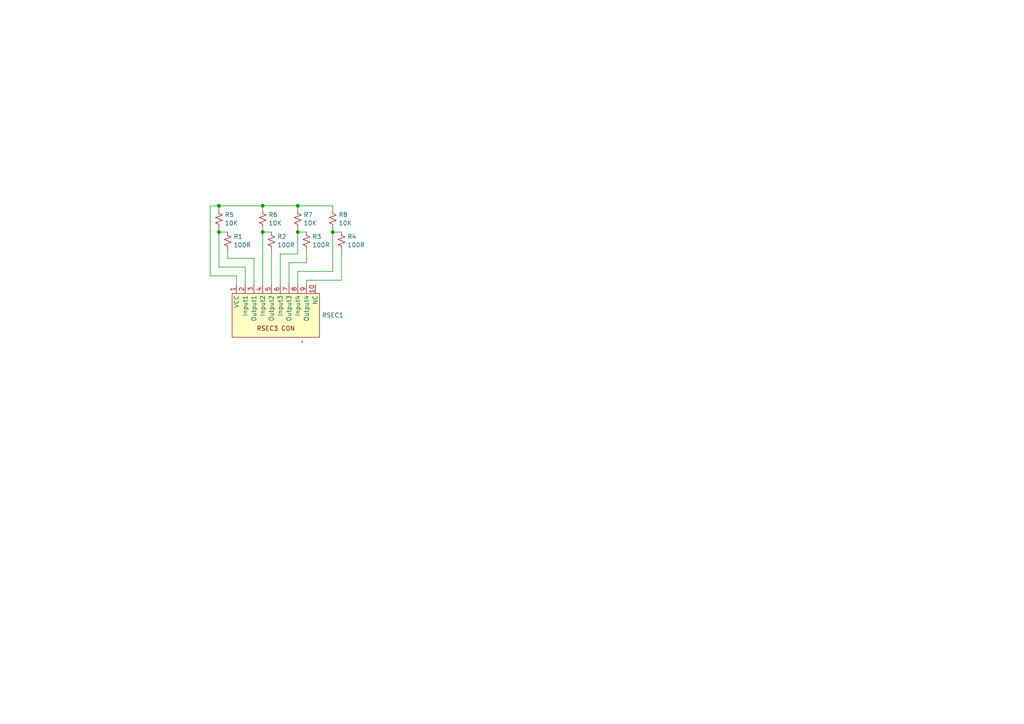
<source format=kicad_sch>
(kicad_sch (version 20230121) (generator eeschema)

  (uuid 3f6504cb-f389-44ce-9529-8f0e01b2609b)

  (paper "A4")

  (lib_symbols
    (symbol "Device:R_Small_US" (pin_numbers hide) (pin_names (offset 0.254) hide) (in_bom yes) (on_board yes)
      (property "Reference" "R" (at 0.762 0.508 0)
        (effects (font (size 1.27 1.27)) (justify left))
      )
      (property "Value" "R_Small_US" (at 0.762 -1.016 0)
        (effects (font (size 1.27 1.27)) (justify left))
      )
      (property "Footprint" "" (at 0 0 0)
        (effects (font (size 1.27 1.27)) hide)
      )
      (property "Datasheet" "~" (at 0 0 0)
        (effects (font (size 1.27 1.27)) hide)
      )
      (property "ki_keywords" "r resistor" (at 0 0 0)
        (effects (font (size 1.27 1.27)) hide)
      )
      (property "ki_description" "Resistor, small US symbol" (at 0 0 0)
        (effects (font (size 1.27 1.27)) hide)
      )
      (property "ki_fp_filters" "R_*" (at 0 0 0)
        (effects (font (size 1.27 1.27)) hide)
      )
      (symbol "R_Small_US_1_1"
        (polyline
          (pts
            (xy 0 0)
            (xy 1.016 -0.381)
            (xy 0 -0.762)
            (xy -1.016 -1.143)
            (xy 0 -1.524)
          )
          (stroke (width 0) (type default))
          (fill (type none))
        )
        (polyline
          (pts
            (xy 0 1.524)
            (xy 1.016 1.143)
            (xy 0 0.762)
            (xy -1.016 0.381)
            (xy 0 0)
          )
          (stroke (width 0) (type default))
          (fill (type none))
        )
        (pin passive line (at 0 2.54 270) (length 1.016)
          (name "~" (effects (font (size 1.27 1.27))))
          (number "1" (effects (font (size 1.27 1.27))))
        )
        (pin passive line (at 0 -2.54 90) (length 1.016)
          (name "~" (effects (font (size 1.27 1.27))))
          (number "2" (effects (font (size 1.27 1.27))))
        )
      )
    )
    (symbol "frater_Custom_Library:RSEC3-Connector" (in_bom yes) (on_board yes)
      (property "Reference" "RSEC3" (at 0 0 90)
        (effects (font (size 1.27 1.27)))
      )
      (property "Value" "" (at 7.62 -13.97 90)
        (effects (font (size 1.27 1.27)))
      )
      (property "Footprint" "" (at 7.62 -13.97 90)
        (effects (font (size 1.27 1.27)) hide)
      )
      (property "Datasheet" "" (at 7.62 -13.97 90)
        (effects (font (size 1.27 1.27)) hide)
      )
      (symbol "RSEC3-Connector_1_1"
        (rectangle (start -12.7 0) (end 12.7 -12.7)
          (stroke (width 0) (type default))
          (fill (type background))
        )
        (text "RSEC3 CON" (at 0 -10.16 0)
          (effects (font (size 1.27 1.27)))
        )
        (pin power_in line (at -11.43 2.54 270) (length 2.54)
          (name "VCC" (effects (font (size 1.27 1.27))))
          (number "1" (effects (font (size 1.27 1.27))))
        )
        (pin passive line (at 11.43 2.54 270) (length 2.54)
          (name "NC" (effects (font (size 1.27 1.27))))
          (number "10" (effects (font (size 1.27 1.27))))
        )
        (pin input line (at -8.89 2.54 270) (length 2.54)
          (name "Input1" (effects (font (size 1.27 1.27))))
          (number "2" (effects (font (size 1.27 1.27))))
        )
        (pin output line (at -6.35 2.54 270) (length 2.54)
          (name "Output1" (effects (font (size 1.27 1.27))))
          (number "3" (effects (font (size 1.27 1.27))))
        )
        (pin input line (at -3.81 2.54 270) (length 2.54)
          (name "Input2" (effects (font (size 1.27 1.27))))
          (number "4" (effects (font (size 1.27 1.27))))
        )
        (pin output line (at -1.27 2.54 270) (length 2.54)
          (name "Output2" (effects (font (size 1.27 1.27))))
          (number "5" (effects (font (size 1.27 1.27))))
        )
        (pin input line (at 1.27 2.54 270) (length 2.54)
          (name "Input3" (effects (font (size 1.27 1.27))))
          (number "6" (effects (font (size 1.27 1.27))))
        )
        (pin output line (at 3.81 2.54 270) (length 2.54)
          (name "Output3" (effects (font (size 1.27 1.27))))
          (number "7" (effects (font (size 1.27 1.27))))
        )
        (pin input line (at 6.35 2.54 270) (length 2.54)
          (name "Input4" (effects (font (size 1.27 1.27))))
          (number "8" (effects (font (size 1.27 1.27))))
        )
        (pin output line (at 8.89 2.54 270) (length 2.54)
          (name "Output4" (effects (font (size 1.27 1.27))))
          (number "9" (effects (font (size 1.27 1.27))))
        )
      )
    )
  )

  (junction (at 86.36 59.69) (diameter 0) (color 0 0 0 0)
    (uuid 2b8102bc-ba1c-49bb-810a-c4ac7961c2de)
  )
  (junction (at 63.5 59.69) (diameter 0) (color 0 0 0 0)
    (uuid 389e6132-5db1-43d4-87a4-30e5d5e472e8)
  )
  (junction (at 63.5 67.31) (diameter 0) (color 0 0 0 0)
    (uuid 693e6d03-528a-4ffb-9d97-4149860501cb)
  )
  (junction (at 96.52 67.31) (diameter 0) (color 0 0 0 0)
    (uuid 918707c1-f4c7-4918-92ce-0002bcd0e3b5)
  )
  (junction (at 86.36 67.31) (diameter 0) (color 0 0 0 0)
    (uuid 93a53259-e836-4b9b-8ed3-03ddbacff152)
  )
  (junction (at 76.2 59.69) (diameter 0) (color 0 0 0 0)
    (uuid b91e3724-ac9b-4040-8f6a-2e6f3d314aa4)
  )
  (junction (at 76.2 67.31) (diameter 0) (color 0 0 0 0)
    (uuid feafd8ab-ad7c-45f6-ba8d-e7e89530e106)
  )

  (wire (pts (xy 60.96 59.69) (xy 60.96 80.01))
    (stroke (width 0) (type default))
    (uuid 1492026b-61a7-4ff9-bdc0-086725082a0f)
  )
  (wire (pts (xy 68.58 80.01) (xy 68.58 82.55))
    (stroke (width 0) (type default))
    (uuid 1bacb779-1d30-4f06-994d-113aaaa993a3)
  )
  (wire (pts (xy 76.2 67.31) (xy 76.2 82.55))
    (stroke (width 0) (type default))
    (uuid 22ff921a-292b-4f62-9d30-1297068eece8)
  )
  (wire (pts (xy 63.5 59.69) (xy 76.2 59.69))
    (stroke (width 0) (type default))
    (uuid 2442ce9e-cd31-43d8-9cd3-4639001fcd72)
  )
  (wire (pts (xy 96.52 78.74) (xy 86.36 78.74))
    (stroke (width 0) (type default))
    (uuid 257c1580-078d-4ab0-a3ff-810b70b6df1c)
  )
  (wire (pts (xy 88.9 81.28) (xy 88.9 82.55))
    (stroke (width 0) (type default))
    (uuid 25d213d0-9e01-4e5c-9598-a6f09af7a562)
  )
  (wire (pts (xy 66.04 74.93) (xy 73.66 74.93))
    (stroke (width 0) (type default))
    (uuid 341c56ee-c012-4521-8b0e-20421192e75e)
  )
  (wire (pts (xy 60.96 59.69) (xy 63.5 59.69))
    (stroke (width 0) (type default))
    (uuid 414cc827-fba4-4d30-90b7-19b6ffc29d9c)
  )
  (wire (pts (xy 73.66 74.93) (xy 73.66 82.55))
    (stroke (width 0) (type default))
    (uuid 55c721f6-1ea6-4440-aaff-2024083ebf1d)
  )
  (wire (pts (xy 60.96 80.01) (xy 68.58 80.01))
    (stroke (width 0) (type default))
    (uuid 5a060457-6487-4402-b03c-e2d97f8e777c)
  )
  (wire (pts (xy 71.12 77.47) (xy 71.12 82.55))
    (stroke (width 0) (type default))
    (uuid 5a83f4f4-0577-4c1a-b79f-ba7a84d5e34e)
  )
  (wire (pts (xy 83.82 76.2) (xy 83.82 82.55))
    (stroke (width 0) (type default))
    (uuid 6b8d110e-6cd5-4bdf-9d74-0456154e3ff1)
  )
  (wire (pts (xy 96.52 67.31) (xy 96.52 78.74))
    (stroke (width 0) (type default))
    (uuid 6bef4a1c-785a-4247-9525-b79e18ed8397)
  )
  (wire (pts (xy 99.06 72.39) (xy 99.06 81.28))
    (stroke (width 0) (type default))
    (uuid 6da55b6b-2e55-4b3d-9110-a6c7dd340920)
  )
  (wire (pts (xy 63.5 67.31) (xy 66.04 67.31))
    (stroke (width 0) (type default))
    (uuid 75bc21f8-8ddc-4e09-866b-b2e166d30ffb)
  )
  (wire (pts (xy 88.9 76.2) (xy 83.82 76.2))
    (stroke (width 0) (type default))
    (uuid 7d2cfc94-b99a-4c8d-b99d-436601c376a8)
  )
  (wire (pts (xy 81.28 73.66) (xy 81.28 82.55))
    (stroke (width 0) (type default))
    (uuid 81b5359f-fa31-4f1d-8eee-76227f383aa0)
  )
  (wire (pts (xy 76.2 66.04) (xy 76.2 67.31))
    (stroke (width 0) (type default))
    (uuid 820b6589-b9ab-4c13-b1df-c72e8076c78f)
  )
  (wire (pts (xy 63.5 67.31) (xy 63.5 77.47))
    (stroke (width 0) (type default))
    (uuid 85737aa1-cb86-40f0-8e65-3ae2cc565f2f)
  )
  (wire (pts (xy 96.52 67.31) (xy 99.06 67.31))
    (stroke (width 0) (type default))
    (uuid 8cad76ff-a0b2-4503-9e04-cefdeb095888)
  )
  (wire (pts (xy 86.36 73.66) (xy 81.28 73.66))
    (stroke (width 0) (type default))
    (uuid 8fd29450-6863-44c5-80f7-903a84a3628e)
  )
  (wire (pts (xy 86.36 66.04) (xy 86.36 67.31))
    (stroke (width 0) (type default))
    (uuid 8ffd9fef-bf98-46c4-a3fa-5ce0c70aef02)
  )
  (wire (pts (xy 96.52 60.96) (xy 96.52 59.69))
    (stroke (width 0) (type default))
    (uuid 927070d2-6f0d-43a6-88e7-20ac09c919a5)
  )
  (wire (pts (xy 63.5 60.96) (xy 63.5 59.69))
    (stroke (width 0) (type default))
    (uuid 9963c800-cf45-4df9-973c-e76e6523326e)
  )
  (wire (pts (xy 99.06 81.28) (xy 88.9 81.28))
    (stroke (width 0) (type default))
    (uuid 9da88c4b-07df-4ff9-a7d2-61e2ab112464)
  )
  (wire (pts (xy 86.36 78.74) (xy 86.36 82.55))
    (stroke (width 0) (type default))
    (uuid b5bc6989-20db-44a3-bf8c-b099015dad3e)
  )
  (wire (pts (xy 96.52 66.04) (xy 96.52 67.31))
    (stroke (width 0) (type default))
    (uuid b6cf4aa7-a46b-4b7c-9f1b-aea2fa2233c2)
  )
  (wire (pts (xy 76.2 67.31) (xy 78.74 67.31))
    (stroke (width 0) (type default))
    (uuid b864ab03-7497-42d5-97ab-52ab256937ce)
  )
  (wire (pts (xy 78.74 72.39) (xy 78.74 82.55))
    (stroke (width 0) (type default))
    (uuid c55b95e0-eb91-4ee9-bacd-48e9303e3a15)
  )
  (wire (pts (xy 86.36 60.96) (xy 86.36 59.69))
    (stroke (width 0) (type default))
    (uuid ca13f82d-a431-465e-96b7-ce2440fb8e1c)
  )
  (wire (pts (xy 86.36 67.31) (xy 86.36 73.66))
    (stroke (width 0) (type default))
    (uuid cb9663f7-45ae-4c49-bdbe-752b95a22a41)
  )
  (wire (pts (xy 66.04 74.93) (xy 66.04 72.39))
    (stroke (width 0) (type default))
    (uuid cf0765a1-96ab-42b0-a684-cc4362a03221)
  )
  (wire (pts (xy 76.2 60.96) (xy 76.2 59.69))
    (stroke (width 0) (type default))
    (uuid d85685d3-d36a-4b08-921f-ab7aed9c0210)
  )
  (wire (pts (xy 86.36 67.31) (xy 88.9 67.31))
    (stroke (width 0) (type default))
    (uuid e0053032-f50f-4022-9b13-59a3a0cdd3e5)
  )
  (wire (pts (xy 76.2 59.69) (xy 86.36 59.69))
    (stroke (width 0) (type default))
    (uuid e401666a-f8ed-46f1-84ed-488935d20f92)
  )
  (wire (pts (xy 88.9 72.39) (xy 88.9 76.2))
    (stroke (width 0) (type default))
    (uuid e5213c11-c063-47f7-8643-df6e927d9bb8)
  )
  (wire (pts (xy 63.5 66.04) (xy 63.5 67.31))
    (stroke (width 0) (type default))
    (uuid f243edf0-7429-4bb1-ae4e-fc32058c2d6f)
  )
  (wire (pts (xy 86.36 59.69) (xy 96.52 59.69))
    (stroke (width 0) (type default))
    (uuid f83481af-0733-43a4-87d1-21de8c1f2f72)
  )
  (wire (pts (xy 63.5 77.47) (xy 71.12 77.47))
    (stroke (width 0) (type default))
    (uuid f9dfa7b5-5c02-4a1a-8768-7de10fe05cda)
  )

  (symbol (lib_id "Device:R_Small_US") (at 63.5 63.5 0) (unit 1)
    (in_bom yes) (on_board yes) (dnp no) (fields_autoplaced)
    (uuid 01a07443-a7e5-43ee-a699-ce81864f5ec5)
    (property "Reference" "R5" (at 65.151 62.2879 0)
      (effects (font (size 1.27 1.27)) (justify left))
    )
    (property "Value" "10K" (at 65.151 64.7121 0)
      (effects (font (size 1.27 1.27)) (justify left))
    )
    (property "Footprint" "Resistor_SMD:R_0603_1608Metric_Pad0.98x0.95mm_HandSolder" (at 63.5 63.5 0)
      (effects (font (size 1.27 1.27)) hide)
    )
    (property "Datasheet" "~" (at 63.5 63.5 0)
      (effects (font (size 1.27 1.27)) hide)
    )
    (pin "1" (uuid ee99c21c-890c-4cc1-944b-4f6a9e301da3))
    (pin "2" (uuid e646cb44-d871-4538-a921-72921e30573b))
    (instances
      (project "RSEC3-PGM-IGS"
        (path "/3f6504cb-f389-44ce-9529-8f0e01b2609b"
          (reference "R5") (unit 1)
        )
      )
    )
  )

  (symbol (lib_id "Device:R_Small_US") (at 99.06 69.85 0) (unit 1)
    (in_bom yes) (on_board yes) (dnp no) (fields_autoplaced)
    (uuid 10f80758-cef3-4b88-9507-507201535a92)
    (property "Reference" "R4" (at 100.711 68.6379 0)
      (effects (font (size 1.27 1.27)) (justify left))
    )
    (property "Value" "100R" (at 100.711 71.0621 0)
      (effects (font (size 1.27 1.27)) (justify left))
    )
    (property "Footprint" "Resistor_SMD:R_0603_1608Metric_Pad0.98x0.95mm_HandSolder" (at 99.06 69.85 0)
      (effects (font (size 1.27 1.27)) hide)
    )
    (property "Datasheet" "~" (at 99.06 69.85 0)
      (effects (font (size 1.27 1.27)) hide)
    )
    (pin "1" (uuid bd6c5734-4253-486e-8ac4-c3d6498d92a9))
    (pin "2" (uuid d2f2609e-2575-4c6c-af16-25707dd81a8d))
    (instances
      (project "RSEC3-PGM-IGS"
        (path "/3f6504cb-f389-44ce-9529-8f0e01b2609b"
          (reference "R4") (unit 1)
        )
      )
    )
  )

  (symbol (lib_id "Device:R_Small_US") (at 66.04 69.85 0) (unit 1)
    (in_bom yes) (on_board yes) (dnp no) (fields_autoplaced)
    (uuid 1620bfe6-f7b2-4425-a8e8-71b0bfd6e26e)
    (property "Reference" "R1" (at 67.691 68.6379 0)
      (effects (font (size 1.27 1.27)) (justify left))
    )
    (property "Value" "100R" (at 67.691 71.0621 0)
      (effects (font (size 1.27 1.27)) (justify left))
    )
    (property "Footprint" "Resistor_SMD:R_0603_1608Metric_Pad0.98x0.95mm_HandSolder" (at 66.04 69.85 0)
      (effects (font (size 1.27 1.27)) hide)
    )
    (property "Datasheet" "~" (at 66.04 69.85 0)
      (effects (font (size 1.27 1.27)) hide)
    )
    (pin "1" (uuid 37c46a26-12c4-4624-838f-02e8b16c49b8))
    (pin "2" (uuid f2674209-a0ba-49be-8ad0-240561702fcd))
    (instances
      (project "RSEC3-PGM-IGS"
        (path "/3f6504cb-f389-44ce-9529-8f0e01b2609b"
          (reference "R1") (unit 1)
        )
      )
    )
  )

  (symbol (lib_id "frater_Custom_Library:RSEC3-Connector") (at 80.01 85.09 0) (unit 1)
    (in_bom yes) (on_board yes) (dnp no) (fields_autoplaced)
    (uuid 2a2f7fa3-703f-4bcb-ab3d-7f0f94f719cf)
    (property "Reference" "RSEC1" (at 93.345 91.44 0)
      (effects (font (size 1.27 1.27)) (justify left))
    )
    (property "Value" "~" (at 87.63 99.06 90)
      (effects (font (size 1.27 1.27)))
    )
    (property "Footprint" "frater_Custom_Library:RSEC3_PCB_Custom" (at 87.63 99.06 90)
      (effects (font (size 1.27 1.27)) hide)
    )
    (property "Datasheet" "" (at 87.63 99.06 90)
      (effects (font (size 1.27 1.27)) hide)
    )
    (pin "1" (uuid 63e400c9-61c5-4fa6-aa6e-370af2a602a5))
    (pin "10" (uuid 25c15f7e-e61a-45e9-a653-1fe177d25195))
    (pin "2" (uuid 218aa180-4fd6-4901-a56c-93cb2b260db7))
    (pin "3" (uuid 97647df7-317c-4379-9c62-b2b2906e52a2))
    (pin "4" (uuid 839f9418-e187-43e4-baa0-2545657dd7d7))
    (pin "5" (uuid cab1c38d-af10-4b1b-af74-911def419ffc))
    (pin "6" (uuid 2d9bd904-73b3-4144-84da-6b4442043437))
    (pin "7" (uuid 2dc0318c-02f1-4277-bc73-25e4bae2f590))
    (pin "8" (uuid 361efcbb-8608-4a61-b488-cc921739c2e2))
    (pin "9" (uuid 2d755af6-d310-4792-9426-b3db0f3677e6))
    (instances
      (project "RSEC3-PGM-IGS"
        (path "/3f6504cb-f389-44ce-9529-8f0e01b2609b"
          (reference "RSEC1") (unit 1)
        )
      )
    )
  )

  (symbol (lib_id "Device:R_Small_US") (at 88.9 69.85 0) (unit 1)
    (in_bom yes) (on_board yes) (dnp no) (fields_autoplaced)
    (uuid 662e483b-1945-42c0-82a1-7e184f7e6d56)
    (property "Reference" "R3" (at 90.551 68.6379 0)
      (effects (font (size 1.27 1.27)) (justify left))
    )
    (property "Value" "100R" (at 90.551 71.0621 0)
      (effects (font (size 1.27 1.27)) (justify left))
    )
    (property "Footprint" "Resistor_SMD:R_0603_1608Metric_Pad0.98x0.95mm_HandSolder" (at 88.9 69.85 0)
      (effects (font (size 1.27 1.27)) hide)
    )
    (property "Datasheet" "~" (at 88.9 69.85 0)
      (effects (font (size 1.27 1.27)) hide)
    )
    (pin "1" (uuid 7c2f285a-abb4-42ab-b3e3-d35a23986126))
    (pin "2" (uuid 0815c084-8a76-4dce-83b3-f8526462ff13))
    (instances
      (project "RSEC3-PGM-IGS"
        (path "/3f6504cb-f389-44ce-9529-8f0e01b2609b"
          (reference "R3") (unit 1)
        )
      )
    )
  )

  (symbol (lib_id "Device:R_Small_US") (at 96.52 63.5 0) (unit 1)
    (in_bom yes) (on_board yes) (dnp no) (fields_autoplaced)
    (uuid 7a31816a-aafe-41be-9d8e-854065517bde)
    (property "Reference" "R8" (at 98.171 62.2879 0)
      (effects (font (size 1.27 1.27)) (justify left))
    )
    (property "Value" "10K" (at 98.171 64.7121 0)
      (effects (font (size 1.27 1.27)) (justify left))
    )
    (property "Footprint" "Resistor_SMD:R_0603_1608Metric_Pad0.98x0.95mm_HandSolder" (at 96.52 63.5 0)
      (effects (font (size 1.27 1.27)) hide)
    )
    (property "Datasheet" "~" (at 96.52 63.5 0)
      (effects (font (size 1.27 1.27)) hide)
    )
    (pin "1" (uuid 2eeee029-012d-4c97-afb4-0179a1fbbeb3))
    (pin "2" (uuid b7dd3f31-7130-4bde-a6fb-a3b5608750d9))
    (instances
      (project "RSEC3-PGM-IGS"
        (path "/3f6504cb-f389-44ce-9529-8f0e01b2609b"
          (reference "R8") (unit 1)
        )
      )
    )
  )

  (symbol (lib_id "Device:R_Small_US") (at 86.36 63.5 0) (unit 1)
    (in_bom yes) (on_board yes) (dnp no) (fields_autoplaced)
    (uuid 7fcfa0a1-9dba-46c4-9b40-a669226d7092)
    (property "Reference" "R7" (at 88.011 62.2879 0)
      (effects (font (size 1.27 1.27)) (justify left))
    )
    (property "Value" "10K" (at 88.011 64.7121 0)
      (effects (font (size 1.27 1.27)) (justify left))
    )
    (property "Footprint" "Resistor_SMD:R_0603_1608Metric_Pad0.98x0.95mm_HandSolder" (at 86.36 63.5 0)
      (effects (font (size 1.27 1.27)) hide)
    )
    (property "Datasheet" "~" (at 86.36 63.5 0)
      (effects (font (size 1.27 1.27)) hide)
    )
    (pin "1" (uuid 6e8725aa-142f-4247-bac6-0e4f47b9a733))
    (pin "2" (uuid 094eb06a-0c96-47ec-9f1e-d17b89fa01a5))
    (instances
      (project "RSEC3-PGM-IGS"
        (path "/3f6504cb-f389-44ce-9529-8f0e01b2609b"
          (reference "R7") (unit 1)
        )
      )
    )
  )

  (symbol (lib_id "Device:R_Small_US") (at 76.2 63.5 0) (unit 1)
    (in_bom yes) (on_board yes) (dnp no) (fields_autoplaced)
    (uuid b002ccc9-373c-4357-bf0e-3af09b68fc48)
    (property "Reference" "R6" (at 77.851 62.2879 0)
      (effects (font (size 1.27 1.27)) (justify left))
    )
    (property "Value" "10K" (at 77.851 64.7121 0)
      (effects (font (size 1.27 1.27)) (justify left))
    )
    (property "Footprint" "Resistor_SMD:R_0603_1608Metric_Pad0.98x0.95mm_HandSolder" (at 76.2 63.5 0)
      (effects (font (size 1.27 1.27)) hide)
    )
    (property "Datasheet" "~" (at 76.2 63.5 0)
      (effects (font (size 1.27 1.27)) hide)
    )
    (pin "1" (uuid f58e7505-988d-432a-891e-8a75eb1a9585))
    (pin "2" (uuid b8f36ad7-6667-432e-aa0b-d379ada8d13c))
    (instances
      (project "RSEC3-PGM-IGS"
        (path "/3f6504cb-f389-44ce-9529-8f0e01b2609b"
          (reference "R6") (unit 1)
        )
      )
    )
  )

  (symbol (lib_id "Device:R_Small_US") (at 78.74 69.85 0) (unit 1)
    (in_bom yes) (on_board yes) (dnp no) (fields_autoplaced)
    (uuid ccb26054-33b1-497e-971c-1391c2c76f72)
    (property "Reference" "R2" (at 80.391 68.6379 0)
      (effects (font (size 1.27 1.27)) (justify left))
    )
    (property "Value" "100R" (at 80.391 71.0621 0)
      (effects (font (size 1.27 1.27)) (justify left))
    )
    (property "Footprint" "Resistor_SMD:R_0603_1608Metric_Pad0.98x0.95mm_HandSolder" (at 78.74 69.85 0)
      (effects (font (size 1.27 1.27)) hide)
    )
    (property "Datasheet" "~" (at 78.74 69.85 0)
      (effects (font (size 1.27 1.27)) hide)
    )
    (pin "1" (uuid 03c9994b-89b7-4b76-8e80-53d2ddb1e71d))
    (pin "2" (uuid bd725766-c945-4a89-9b5d-d7ca87462447))
    (instances
      (project "RSEC3-PGM-IGS"
        (path "/3f6504cb-f389-44ce-9529-8f0e01b2609b"
          (reference "R2") (unit 1)
        )
      )
    )
  )

  (sheet_instances
    (path "/" (page "1"))
  )
)

</source>
